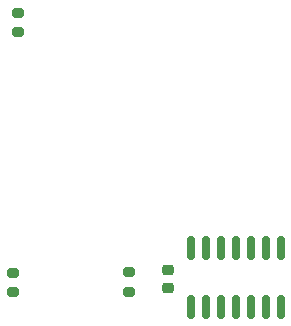
<source format=gtp>
G04 #@! TF.GenerationSoftware,KiCad,Pcbnew,(6.0.7)*
G04 #@! TF.CreationDate,2023-04-22T03:18:15-05:00*
G04 #@! TF.ProjectId,CCD_Board,4343445f-426f-4617-9264-2e6b69636164,rev?*
G04 #@! TF.SameCoordinates,Original*
G04 #@! TF.FileFunction,Paste,Top*
G04 #@! TF.FilePolarity,Positive*
%FSLAX46Y46*%
G04 Gerber Fmt 4.6, Leading zero omitted, Abs format (unit mm)*
G04 Created by KiCad (PCBNEW (6.0.7)) date 2023-04-22 03:18:15*
%MOMM*%
%LPD*%
G01*
G04 APERTURE LIST*
G04 Aperture macros list*
%AMRoundRect*
0 Rectangle with rounded corners*
0 $1 Rounding radius*
0 $2 $3 $4 $5 $6 $7 $8 $9 X,Y pos of 4 corners*
0 Add a 4 corners polygon primitive as box body*
4,1,4,$2,$3,$4,$5,$6,$7,$8,$9,$2,$3,0*
0 Add four circle primitives for the rounded corners*
1,1,$1+$1,$2,$3*
1,1,$1+$1,$4,$5*
1,1,$1+$1,$6,$7*
1,1,$1+$1,$8,$9*
0 Add four rect primitives between the rounded corners*
20,1,$1+$1,$2,$3,$4,$5,0*
20,1,$1+$1,$4,$5,$6,$7,0*
20,1,$1+$1,$6,$7,$8,$9,0*
20,1,$1+$1,$8,$9,$2,$3,0*%
G04 Aperture macros list end*
%ADD10RoundRect,0.200000X-0.275000X0.200000X-0.275000X-0.200000X0.275000X-0.200000X0.275000X0.200000X0*%
%ADD11RoundRect,0.200000X0.275000X-0.200000X0.275000X0.200000X-0.275000X0.200000X-0.275000X-0.200000X0*%
%ADD12RoundRect,0.225000X-0.250000X0.225000X-0.250000X-0.225000X0.250000X-0.225000X0.250000X0.225000X0*%
%ADD13RoundRect,0.150000X-0.150000X0.825000X-0.150000X-0.825000X0.150000X-0.825000X0.150000X0.825000X0*%
G04 APERTURE END LIST*
D10*
X97790000Y-53150000D03*
X97790000Y-54800000D03*
D11*
X107188000Y-76771000D03*
X107188000Y-75121000D03*
D12*
X110490000Y-74930000D03*
X110490000Y-76480000D03*
D13*
X120015000Y-73090000D03*
X118745000Y-73090000D03*
X117475000Y-73090000D03*
X116205000Y-73090000D03*
X114935000Y-73090000D03*
X113665000Y-73090000D03*
X112395000Y-73090000D03*
X112395000Y-78040000D03*
X113665000Y-78040000D03*
X114935000Y-78040000D03*
X116205000Y-78040000D03*
X117475000Y-78040000D03*
X118745000Y-78040000D03*
X120015000Y-78040000D03*
D10*
X97303000Y-75184000D03*
X97303000Y-76834000D03*
M02*

</source>
